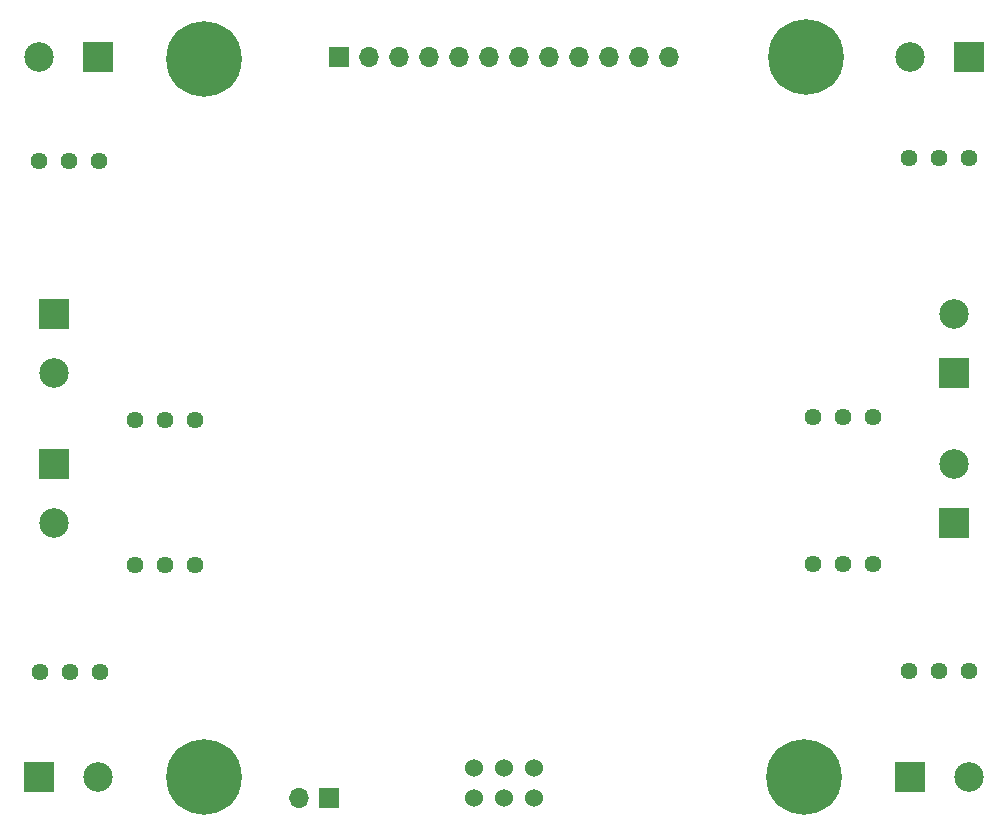
<source format=gbr>
G04 #@! TF.FileFunction,Soldermask,Bot*
%FSLAX46Y46*%
G04 Gerber Fmt 4.6, Leading zero omitted, Abs format (unit mm)*
G04 Created by KiCad (PCBNEW 4.0.6) date Tue Apr  4 16:00:45 2017*
%MOMM*%
%LPD*%
G01*
G04 APERTURE LIST*
%ADD10C,0.088900*%
%ADD11C,1.440000*%
%ADD12R,1.700000X1.700000*%
%ADD13O,1.700000X1.700000*%
%ADD14C,6.400000*%
%ADD15C,2.500000*%
%ADD16R,2.500000X2.500000*%
%ADD17C,1.524000*%
G04 APERTURE END LIST*
D10*
D11*
X115633500Y-129540000D03*
X113093500Y-129540000D03*
X110553500Y-129540000D03*
X123634500Y-120459500D03*
X121094500Y-120459500D03*
X118554500Y-120459500D03*
D12*
X135001000Y-140208000D03*
D13*
X132461000Y-140208000D03*
D14*
X175387000Y-77470000D03*
X124460000Y-77597000D03*
X175260000Y-138430000D03*
X124460000Y-138430000D03*
D12*
X135890001Y-77470000D03*
D13*
X138430001Y-77470000D03*
X140970001Y-77470000D03*
X143510001Y-77470000D03*
X146050001Y-77470000D03*
X148590001Y-77470000D03*
X151130001Y-77470000D03*
X153670001Y-77470000D03*
X156210001Y-77470000D03*
X158750001Y-77470000D03*
X161290001Y-77470000D03*
X163830001Y-77470000D03*
D15*
X110443000Y-77470000D03*
D16*
X115443000Y-77470000D03*
D15*
X111760000Y-104187000D03*
D16*
X111760000Y-99187000D03*
D15*
X111759998Y-116887001D03*
D16*
X111759998Y-111887001D03*
D15*
X115443000Y-138430000D03*
D16*
X110443000Y-138430000D03*
D15*
X189230000Y-138430000D03*
D16*
X184230000Y-138430000D03*
D15*
X187959999Y-111887001D03*
D16*
X187959999Y-116887001D03*
D15*
X187960000Y-99186998D03*
D16*
X187960000Y-104186998D03*
D15*
X184230000Y-77470000D03*
D16*
X189230000Y-77470000D03*
D17*
X149860000Y-140208000D03*
X152400000Y-140208000D03*
X147320000Y-140208000D03*
X147300000Y-137658000D03*
X149840000Y-137658000D03*
X152380000Y-137658000D03*
D11*
X115570000Y-86233001D03*
X113030000Y-86233001D03*
X110490000Y-86233001D03*
X123634503Y-108140501D03*
X121094503Y-108140501D03*
X118554503Y-108140501D03*
X184086500Y-129413000D03*
X186626500Y-129413000D03*
X189166500Y-129413000D03*
X176021997Y-120395999D03*
X178561997Y-120395999D03*
X181101997Y-120395999D03*
X176021997Y-107949999D03*
X178561997Y-107949999D03*
X181101997Y-107949999D03*
X184150000Y-85979000D03*
X186690000Y-85979000D03*
X189230000Y-85979000D03*
M02*

</source>
